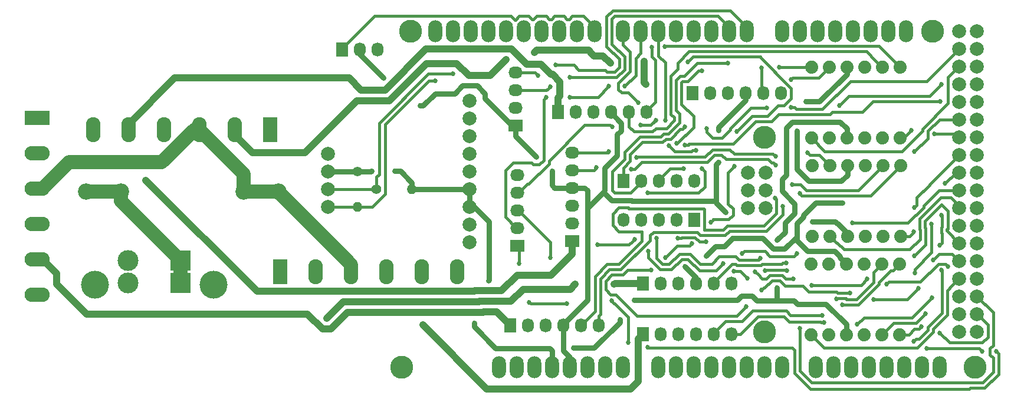
<source format=gtl>
G04 #@! TF.FileFunction,Copper,L1,Top,Signal*
%FSLAX46Y46*%
G04 Gerber Fmt 4.6, Leading zero omitted, Abs format (unit mm)*
G04 Created by KiCad (PCBNEW 4.0.6) date 04/09/18 21:25:23*
%MOMM*%
%LPD*%
G01*
G04 APERTURE LIST*
%ADD10C,0.100000*%
%ADD11C,2.000000*%
%ADD12C,3.302000*%
%ADD13O,2.000000X3.175000*%
%ADD14O,1.727200X2.032000*%
%ADD15R,1.727200X2.032000*%
%ADD16C,1.879600*%
%ADD17R,2.080000X3.600000*%
%ADD18O,2.080000X3.600000*%
%ADD19C,2.350000*%
%ADD20O,2.032000X1.727200*%
%ADD21R,2.032000X1.727200*%
%ADD22R,3.000000X3.000000*%
%ADD23C,3.000000*%
%ADD24C,4.000000*%
%ADD25C,1.400000*%
%ADD26O,1.400000X1.400000*%
%ADD27R,3.600000X2.080000*%
%ADD28O,3.600000X2.080000*%
%ADD29C,0.685800*%
%ADD30C,0.762000*%
%ADD31C,0.381000*%
%ADD32C,2.032000*%
%ADD33C,1.016000*%
%ADD34C,0.152400*%
G04 APERTURE END LIST*
D10*
D11*
X167525700Y-89623900D03*
X167525700Y-92163900D03*
X167525700Y-94703900D03*
X164985700Y-94703900D03*
X164985700Y-92163900D03*
X164985700Y-89623900D03*
D12*
X167398700Y-112483900D03*
X115328700Y-117563900D03*
X116598700Y-69303900D03*
X167398700Y-84543900D03*
X197624700Y-117563900D03*
D13*
X174764700Y-117563900D03*
X152158700Y-117563900D03*
X120154700Y-69271900D03*
X129298700Y-117563900D03*
X147078700Y-69303900D03*
X169938700Y-69303900D03*
X172478700Y-69271900D03*
X175018700Y-69271900D03*
X177558700Y-69271900D03*
X180098700Y-69271900D03*
X182638700Y-69271900D03*
X185178700Y-69271900D03*
X187718700Y-69271900D03*
D11*
X195338700Y-69271900D03*
X197878700Y-69271900D03*
X195338700Y-71811900D03*
X197878700Y-71811900D03*
X195338700Y-74351900D03*
X197878700Y-74351900D03*
X195338700Y-76891900D03*
X197878700Y-76891900D03*
X195338700Y-79431900D03*
X197878700Y-79431900D03*
X195338700Y-81971900D03*
X197878700Y-81971900D03*
X195338700Y-84511900D03*
X197878700Y-84511900D03*
X195338700Y-87051900D03*
X197878700Y-87051900D03*
X195338700Y-89591900D03*
X197878700Y-89591900D03*
X195338700Y-92131900D03*
X197878700Y-92131900D03*
X195338700Y-94671900D03*
X197878700Y-94671900D03*
X195338700Y-97211900D03*
X197878700Y-97211900D03*
X195338700Y-99751900D03*
X197878700Y-99751900D03*
X195338700Y-102291900D03*
X197878700Y-102291900D03*
X195338700Y-104831900D03*
X197878700Y-104831900D03*
X195338700Y-107371900D03*
X197878700Y-107371900D03*
X195338700Y-109911900D03*
X197878700Y-109911900D03*
X195338700Y-112451900D03*
X197878700Y-112451900D03*
D12*
X191528700Y-69303900D03*
D13*
X131838700Y-117563900D03*
X134378700Y-117563900D03*
X136918700Y-117563900D03*
X139458700Y-117563900D03*
X141998700Y-117563900D03*
X144538700Y-117563900D03*
X147078700Y-117563900D03*
X154698700Y-117563900D03*
X157238700Y-117563900D03*
X159778700Y-117563900D03*
X162318700Y-117563900D03*
X164858700Y-117563900D03*
X167398700Y-117563900D03*
X169938700Y-117563900D03*
X177304700Y-117563900D03*
X179844700Y-117563900D03*
X182384700Y-117563900D03*
X184924700Y-117563900D03*
X187464700Y-117563900D03*
X190004700Y-117563900D03*
X192544700Y-117563900D03*
X122694700Y-69271900D03*
X125234700Y-69271900D03*
X127774700Y-69271900D03*
X130314700Y-69271900D03*
X132854700Y-69271900D03*
X135394700Y-69271900D03*
X137934700Y-69271900D03*
X140474700Y-69271900D03*
X143014700Y-69271900D03*
X149618700Y-69303900D03*
X152158700Y-69303900D03*
X154698700Y-69303900D03*
X157238700Y-69303900D03*
X159778700Y-69303900D03*
X162318700Y-69303900D03*
X164858700Y-69303900D03*
D14*
X169748200Y-78232000D03*
D15*
X157048200Y-78232000D03*
D14*
X159588200Y-78232000D03*
X162128200Y-78232000D03*
X164668200Y-78232000D03*
X167208200Y-78232000D03*
D16*
X181686200Y-112877600D03*
X181686200Y-102717600D03*
X179146200Y-102717600D03*
X174066200Y-102717600D03*
X176606200Y-102717600D03*
X184226200Y-102717600D03*
X186766200Y-102717600D03*
X179146200Y-112877600D03*
X174066200Y-112877600D03*
X176606200Y-112877600D03*
X184226200Y-112877600D03*
X186766200Y-112877600D03*
D14*
X143586200Y-111556800D03*
D15*
X130886200Y-111556800D03*
D14*
X133426200Y-111556800D03*
X135966200Y-111556800D03*
X138506200Y-111556800D03*
X141046200Y-111556800D03*
D16*
X181749700Y-84645500D03*
X181749700Y-74485500D03*
X179209700Y-74485500D03*
X174129700Y-74485500D03*
X176669700Y-74485500D03*
X184289700Y-74485500D03*
X186829700Y-74485500D03*
X179209700Y-84645500D03*
X174129700Y-84645500D03*
X176669700Y-84645500D03*
X184289700Y-84645500D03*
X186829700Y-84645500D03*
D11*
X125095000Y-79273400D03*
X104775000Y-86893400D03*
X104775000Y-89433400D03*
X104775000Y-91973400D03*
X104775000Y-94513400D03*
X125095000Y-81813400D03*
X125095000Y-84353400D03*
X125095000Y-86893400D03*
X125095000Y-89433400D03*
X125095000Y-91973400D03*
X125095000Y-94513400D03*
X125095000Y-97053400D03*
X125095000Y-99593400D03*
D17*
X97917000Y-103809800D03*
D18*
X102997000Y-103809800D03*
X108077000Y-103809800D03*
X113157000Y-103809800D03*
X118237000Y-103809800D03*
X123317000Y-103809800D03*
D14*
X150469600Y-80873600D03*
D15*
X137769600Y-80873600D03*
D14*
X140309600Y-80873600D03*
X142849600Y-80873600D03*
X145389600Y-80873600D03*
X147929600Y-80873600D03*
X162636200Y-112801400D03*
D15*
X149936200Y-112801400D03*
D14*
X152476200Y-112801400D03*
X155016200Y-112801400D03*
X157556200Y-112801400D03*
X160096200Y-112801400D03*
D19*
X75013800Y-92354400D03*
X70013800Y-92354400D03*
X92633800Y-92354400D03*
X97633800Y-92354400D03*
D20*
X139827000Y-86715600D03*
D21*
X139827000Y-99415600D03*
D20*
X139827000Y-96875600D03*
X139827000Y-94335600D03*
X139827000Y-91795600D03*
X139827000Y-89255600D03*
D14*
X162636200Y-105511600D03*
D15*
X149936200Y-105511600D03*
D14*
X152476200Y-105511600D03*
X155016200Y-105511600D03*
X157556200Y-105511600D03*
X160096200Y-105511600D03*
D17*
X96418400Y-83413600D03*
D18*
X91338400Y-83413600D03*
X86258400Y-83413600D03*
X81178400Y-83413600D03*
X76098400Y-83413600D03*
X71018400Y-83413600D03*
D15*
X147116800Y-90830400D03*
D14*
X149656800Y-90830400D03*
X152196800Y-90830400D03*
X154736800Y-90830400D03*
X157276800Y-90830400D03*
D22*
X83563000Y-105435400D03*
X83563000Y-102255400D03*
D23*
X76073000Y-105435400D03*
X76073000Y-102255400D03*
D24*
X88313000Y-105685400D03*
X71323000Y-105685400D03*
D25*
X111709200Y-92024200D03*
D26*
X116789200Y-92024200D03*
D25*
X108966000Y-89484200D03*
D26*
X108966000Y-94564200D03*
D15*
X157327600Y-96367600D03*
D14*
X154787600Y-96367600D03*
X152247600Y-96367600D03*
X149707600Y-96367600D03*
X147167600Y-96367600D03*
D27*
X62966600Y-81762600D03*
D28*
X62966600Y-86842600D03*
X62966600Y-91922600D03*
X62966600Y-97002600D03*
X62966600Y-102082600D03*
X62966600Y-107162600D03*
D16*
X181838600Y-98767900D03*
X181838600Y-88607900D03*
X179298600Y-88607900D03*
X174218600Y-88607900D03*
X176758600Y-88607900D03*
X184378600Y-88607900D03*
X186918600Y-88607900D03*
X179298600Y-98767900D03*
X174218600Y-98767900D03*
X176758600Y-98767900D03*
X184378600Y-98767900D03*
X186918600Y-98767900D03*
D21*
X131927600Y-100101400D03*
D20*
X131927600Y-97561400D03*
X131927600Y-95021400D03*
X131927600Y-92481400D03*
X131927600Y-89941400D03*
D21*
X131648200Y-82880200D03*
D20*
X131648200Y-80340200D03*
X131648200Y-77800200D03*
X131648200Y-75260200D03*
D15*
X106781600Y-71932800D03*
D14*
X109321600Y-71932800D03*
X111861600Y-71932800D03*
D29*
X161798000Y-95273067D03*
X160782000Y-88138000D03*
X162814000Y-99060000D03*
X136906000Y-89408000D03*
X134620000Y-87376000D03*
X159004000Y-101600000D03*
X155956000Y-103124000D03*
X178562000Y-93980000D03*
X160821740Y-83551232D03*
X117906800Y-80010000D03*
X112674400Y-75971400D03*
X138506200Y-111556800D03*
X173355000Y-79375000D03*
X172046899Y-83645755D03*
X178430577Y-90805000D03*
X120142000Y-76454000D03*
X122682000Y-75438000D03*
X169164000Y-99314000D03*
X169164000Y-106172000D03*
X125730000Y-111252000D03*
X127762000Y-105156000D03*
X114300000Y-89408000D03*
X110998000Y-89408000D03*
X146685000Y-110744000D03*
X139954000Y-114808000D03*
X171735996Y-94102930D03*
X174212497Y-96659701D03*
X148666199Y-107924601D03*
X149606000Y-82804000D03*
X145542000Y-83058000D03*
X151778814Y-82053586D03*
X149250400Y-79527400D03*
X171196000Y-80264000D03*
X167756044Y-80317137D03*
X155931714Y-83033714D03*
X159082487Y-83288887D03*
X155795739Y-89001015D03*
X155954390Y-85648183D03*
X192659000Y-79375000D03*
X189457733Y-106235511D03*
X153162008Y-101853989D03*
X151130000Y-103632000D03*
X156972000Y-99822000D03*
X188887101Y-94653101D03*
X191376895Y-96965087D03*
X188950600Y-104038400D03*
X183083200Y-107823000D03*
X179628800Y-106883200D03*
X166954200Y-106476800D03*
X164795200Y-108864400D03*
X166078224Y-103847941D03*
X166790725Y-101902600D03*
X151892000Y-99060000D03*
X172442929Y-111963242D03*
X171526200Y-104876600D03*
X147828000Y-114046000D03*
X150622000Y-114668302D03*
X145429021Y-108038920D03*
X198628000Y-115316000D03*
X200660000Y-115316000D03*
X192532000Y-100076000D03*
X192786000Y-103632000D03*
X192786000Y-95758000D03*
X193294000Y-91186000D03*
X190652400Y-114884200D03*
X188798200Y-113842800D03*
X132130800Y-102641400D03*
X133629400Y-108254800D03*
X138988800Y-108458000D03*
X184912000Y-105664000D03*
X182118000Y-104902000D03*
X167491368Y-103693155D03*
X148737075Y-99159855D03*
X150683883Y-100918203D03*
X193740332Y-103081251D03*
X174204786Y-105779414D03*
X163032131Y-103756337D03*
X170651393Y-103719700D03*
X164948721Y-104773879D03*
X161493200Y-102666800D03*
X143471910Y-99974400D03*
X136665402Y-101816602D03*
X145034000Y-77216000D03*
X147320000Y-77216000D03*
X136066118Y-78789324D03*
X139421405Y-78750646D03*
X150622000Y-92468669D03*
X153695400Y-85750400D03*
X153132291Y-82113891D03*
X157530800Y-86410810D03*
X158419800Y-89052400D03*
X159004000Y-99568000D03*
X154940000Y-99060000D03*
X159677107Y-96715487D03*
X163411520Y-83707308D03*
X156373979Y-73722379D03*
X163068000Y-88696800D03*
X154813000Y-85420200D03*
X158394400Y-74955400D03*
X154736800Y-90830400D03*
X162102800Y-73914000D03*
X139446000Y-75946000D03*
X136651992Y-77228732D03*
X137414000Y-74168000D03*
X134874000Y-75692000D03*
X192786000Y-76962000D03*
X178142204Y-79992866D03*
X188925200Y-86614000D03*
X191770000Y-84074000D03*
X188468000Y-83566000D03*
X180041936Y-96863101D03*
X188936422Y-101574601D03*
X191578571Y-102192941D03*
X188828342Y-98096448D03*
X191399846Y-107569000D03*
X180716575Y-111372129D03*
X190500000Y-109855000D03*
X189941200Y-111760000D03*
X192557400Y-112623600D03*
X151231600Y-71602600D03*
X153111200Y-71501000D03*
X175974004Y-111118871D03*
X178589956Y-108559621D03*
X118364000Y-111506000D03*
X175713450Y-110084367D03*
X177699515Y-107768862D03*
X170023635Y-94491965D03*
X172440600Y-92608400D03*
X171381087Y-91307941D03*
X168941448Y-93289971D03*
X171219055Y-76227745D03*
X150114000Y-73660000D03*
X150368000Y-76962000D03*
X145288000Y-73914000D03*
X134366000Y-72390000D03*
X130302000Y-73406000D03*
X166966797Y-74561803D03*
X169479155Y-74487845D03*
X149021834Y-87462996D03*
X145034000Y-86614000D03*
X168961920Y-87275521D03*
X173558827Y-86716022D03*
X78613000Y-90703400D03*
X143256000Y-88900000D03*
X148253537Y-89115156D03*
X169036999Y-88493600D03*
X172085000Y-101244400D03*
X164185600Y-101257118D03*
X145796000Y-105664000D03*
X140246110Y-105664000D03*
X104571800Y-110566200D03*
X170536224Y-102617563D03*
D30*
X168637944Y-100584010D02*
X170294289Y-100584010D01*
X170294289Y-100584010D02*
X172046899Y-98831400D01*
X162814000Y-99060000D02*
X167113934Y-99060000D01*
X167113934Y-99060000D02*
X168637944Y-100584010D01*
X146850088Y-83573128D02*
X146265902Y-84157314D01*
X146850088Y-82486488D02*
X146850088Y-83573128D01*
X144487902Y-92204657D02*
X144272000Y-92420559D01*
X145389600Y-80873600D02*
X145389600Y-81026000D01*
X145389600Y-81026000D02*
X146850088Y-82486488D01*
X144487902Y-88983314D02*
X144487902Y-92204657D01*
X146265902Y-84157314D02*
X146265902Y-87205314D01*
X146265902Y-87205314D02*
X144487902Y-88983314D01*
X161798000Y-95273067D02*
X160439101Y-93914168D01*
X160439101Y-93914168D02*
X160439101Y-93535475D01*
X148388804Y-93700588D02*
X160273988Y-93700588D01*
X160439101Y-88480899D02*
X160439101Y-93535475D01*
X160439101Y-93535475D02*
X160273988Y-93700588D01*
X148261795Y-93573579D02*
X148388804Y-93700588D01*
X160782000Y-88138000D02*
X160439101Y-88480899D01*
X161673932Y-100200068D02*
X162814000Y-99060000D01*
X160403932Y-100200068D02*
X161673932Y-100200068D01*
X136906000Y-91440000D02*
X137261600Y-91795600D01*
X137261600Y-91795600D02*
X139827000Y-91795600D01*
X136906000Y-89408000D02*
X136906000Y-91440000D01*
X131648200Y-84404200D02*
X134620000Y-87376000D01*
X131648200Y-82880200D02*
X131648200Y-84404200D01*
X127238001Y-78244759D02*
X127238001Y-78920176D01*
X131198025Y-82880200D02*
X131648200Y-82880200D01*
X126123641Y-77130399D02*
X127238001Y-78244759D01*
X127238001Y-78920176D02*
X131198025Y-82880200D01*
X122951999Y-78244759D02*
X124066359Y-77130399D01*
X120156974Y-78244759D02*
X122951999Y-78244759D01*
X118391733Y-80010000D02*
X120156974Y-78244759D01*
X124066359Y-77130399D02*
X126123641Y-77130399D01*
X117906800Y-80010000D02*
X118391733Y-80010000D01*
X138506200Y-111556800D02*
X138506200Y-111404400D01*
X138506200Y-111404400D02*
X141985958Y-107924642D01*
X141985958Y-107924642D02*
X141985958Y-94742052D01*
X141985958Y-94742052D02*
X141986010Y-94742000D01*
X160403932Y-100200068D02*
X159004000Y-101600000D01*
X157556200Y-104724200D02*
X155956000Y-103124000D01*
X157556200Y-105511600D02*
X157556200Y-104724200D01*
X145425020Y-93573579D02*
X148261795Y-93573579D01*
X144272000Y-92420559D02*
X145425020Y-93573579D01*
X138506200Y-113334800D02*
X138506200Y-111556800D01*
X138506200Y-115183414D02*
X138506200Y-113334800D01*
X139458700Y-116135914D02*
X138506200Y-115183414D01*
X139458700Y-117563900D02*
X139458700Y-116135914D01*
X160821740Y-83551232D02*
X160821740Y-83066299D01*
X164668200Y-79219839D02*
X164668200Y-78232000D01*
X160821740Y-83066299D02*
X164668200Y-79219839D01*
X141986010Y-94742000D02*
X141986010Y-93980000D01*
X144272000Y-92420559D02*
X144272000Y-92456010D01*
X144272000Y-92456010D02*
X141986010Y-94742000D01*
X178430577Y-90805000D02*
X173709074Y-90805000D01*
X173709074Y-90805000D02*
X172046899Y-89142825D01*
X172046899Y-89142825D02*
X172046899Y-88861899D01*
X173006005Y-95725995D02*
X174752000Y-93980000D01*
X174752000Y-93980000D02*
X178562000Y-93980000D01*
X172046899Y-97828101D02*
X172046899Y-96939099D01*
X172046899Y-96939099D02*
X173006005Y-95979993D01*
X173006005Y-95979993D02*
X173006005Y-95725995D01*
X178206401Y-101777801D02*
X179146200Y-102717600D01*
X178206401Y-101611175D02*
X178206401Y-101777801D01*
X173552615Y-100888799D02*
X177484025Y-100888799D01*
X172046899Y-99383083D02*
X173552615Y-100888799D01*
X177484025Y-100888799D02*
X178206401Y-101611175D01*
X172046899Y-98831400D02*
X172046899Y-99383083D01*
X109321600Y-71932800D02*
X109321600Y-72618600D01*
X109321600Y-72618600D02*
X112674400Y-75971400D01*
X164668200Y-78232000D02*
X164668200Y-79032294D01*
X179209700Y-75465434D02*
X179209700Y-74485500D01*
X173355000Y-79375000D02*
X175300134Y-79375000D01*
X175300134Y-79375000D02*
X179209700Y-75465434D01*
X172046899Y-98831400D02*
X172046899Y-97828101D01*
X141605000Y-91795600D02*
X139827000Y-91795600D01*
X141986010Y-92176610D02*
X141605000Y-91795600D01*
X141986010Y-93980000D02*
X141986010Y-92176610D01*
X109321600Y-71932800D02*
X109321600Y-72382975D01*
X172046899Y-97828101D02*
X172085000Y-97790000D01*
X172085000Y-88900000D02*
X172046899Y-88861899D01*
X172046899Y-88861899D02*
X172046899Y-83645755D01*
X179298600Y-88607900D02*
X179298600Y-89936977D01*
X179298600Y-89936977D02*
X178430577Y-90805000D01*
D31*
X119187646Y-76454000D02*
X120142000Y-76454000D01*
X112980701Y-82660945D02*
X119187646Y-76454000D01*
X111051022Y-94564200D02*
X112980701Y-92634521D01*
X108966000Y-94564200D02*
X111051022Y-94564200D01*
X112980701Y-92634521D02*
X112980701Y-82660945D01*
X108966000Y-94564200D02*
X104825800Y-94564200D01*
X104825800Y-94564200D02*
X104775000Y-94513400D01*
X111709200Y-92024200D02*
X111709200Y-90223456D01*
X111709200Y-90223456D02*
X112077508Y-89855148D01*
X112077508Y-89855148D02*
X112077508Y-82486492D01*
X112077508Y-82486492D02*
X119126000Y-75438000D01*
X119126000Y-75438000D02*
X122682000Y-75438000D01*
X111709200Y-92024200D02*
X104825800Y-92024200D01*
X104825800Y-92024200D02*
X104775000Y-91973400D01*
D32*
X108077000Y-103809800D02*
X108077000Y-102797600D01*
X108077000Y-102797600D02*
X97633800Y-92354400D01*
X86258400Y-83413600D02*
X85564457Y-83413600D01*
X85564457Y-83413600D02*
X80862989Y-88115068D01*
X67534132Y-88115068D02*
X63726600Y-91922600D01*
X80862989Y-88115068D02*
X67534132Y-88115068D01*
X63726600Y-91922600D02*
X62966600Y-91922600D01*
X92633800Y-92354400D02*
X92633800Y-89789000D01*
X92633800Y-89789000D02*
X86258400Y-83413600D01*
X92633800Y-92354400D02*
X97633800Y-92354400D01*
D30*
X170332400Y-98145600D02*
X169164000Y-99314000D01*
X170332400Y-96857534D02*
X170332400Y-98145600D01*
X169164000Y-108013500D02*
X171659632Y-108013500D01*
X166291766Y-108013500D02*
X169164000Y-108013500D01*
X169164000Y-108013500D02*
X169164000Y-106172000D01*
X148666199Y-107924601D02*
X163535863Y-107924601D01*
X163535863Y-107924601D02*
X164132762Y-107327702D01*
X164132762Y-107327702D02*
X165605968Y-107327702D01*
X165605968Y-107327702D02*
X166291766Y-108013500D01*
X171659632Y-108013500D02*
X172128228Y-108482096D01*
X176213613Y-108482096D02*
X179146200Y-111414683D01*
X172128228Y-108482096D02*
X176213613Y-108482096D01*
X179146200Y-111414683D02*
X179146200Y-112877600D01*
X125730000Y-111252000D02*
X125730000Y-111736933D01*
X125730000Y-111736933D02*
X128826457Y-114833390D01*
X128826457Y-114833390D02*
X129031989Y-114833390D01*
X127863600Y-96650358D02*
X127863600Y-105054400D01*
X127863600Y-105054400D02*
X127762000Y-105156000D01*
X114300000Y-89408000D02*
X115162949Y-89408000D01*
X108966000Y-89484200D02*
X110921800Y-89484200D01*
X110921800Y-89484200D02*
X110998000Y-89408000D01*
X115162949Y-89408000D02*
X116789200Y-91034251D01*
X116789200Y-91034251D02*
X116789200Y-92024200D01*
X139954000Y-114808000D02*
X142965964Y-114808000D01*
X142965964Y-114808000D02*
X146685000Y-111088964D01*
X146685000Y-111088964D02*
X146685000Y-110744000D01*
X171375861Y-82359510D02*
X178252787Y-82359510D01*
X170522899Y-83212472D02*
X171375861Y-82359510D01*
X179209700Y-83316423D02*
X179209700Y-84645500D01*
X170522899Y-89966995D02*
X170522899Y-83212472D01*
X169895186Y-92262120D02*
X169895186Y-90594708D01*
X171735996Y-94102930D02*
X169895186Y-92262120D01*
X178252787Y-82359510D02*
X179209700Y-83316423D01*
X169895186Y-90594708D02*
X170522899Y-89966995D01*
X170332400Y-96857534D02*
X170332400Y-96898667D01*
X171735996Y-95453938D02*
X170332400Y-96857534D01*
X171735996Y-94102930D02*
X171735996Y-95453938D01*
X177552432Y-96659701D02*
X174212497Y-96659701D01*
X177831842Y-96939111D02*
X177552432Y-96659701D01*
X179298600Y-98318899D02*
X177918812Y-96939111D01*
X177918812Y-96939111D02*
X177831842Y-96939111D01*
X179298600Y-98767900D02*
X179298600Y-98318899D01*
X125095000Y-94513400D02*
X125726642Y-94513400D01*
X125726642Y-94513400D02*
X127863600Y-96650358D01*
X127863600Y-96650358D02*
X127863600Y-96680607D01*
X136918700Y-117563900D02*
X136918700Y-115214400D01*
X136918700Y-115214400D02*
X136537690Y-114833390D01*
X136537690Y-114833390D02*
X129031989Y-114833390D01*
X116789200Y-92024200D02*
X125044200Y-92024200D01*
X125044200Y-92024200D02*
X125095000Y-91973400D01*
X108966000Y-89484200D02*
X104825800Y-89484200D01*
X104825800Y-89484200D02*
X104775000Y-89433400D01*
X125095000Y-94513400D02*
X125095000Y-91973400D01*
X136918700Y-117563900D02*
X136918700Y-116485727D01*
D32*
X83563000Y-105435400D02*
X83563000Y-102255400D01*
X75013800Y-92354400D02*
X75013800Y-93706200D01*
X75013800Y-93706200D02*
X83563000Y-102255400D01*
X75013800Y-92354400D02*
X70013800Y-92354400D01*
D31*
X147853402Y-78130402D02*
X146881086Y-78130402D01*
X148081990Y-72275690D02*
X147078700Y-71272400D01*
X147078700Y-71272400D02*
X147078700Y-69303900D01*
X148081990Y-75100694D02*
X148081990Y-72275690D01*
X146405598Y-76777086D02*
X148081990Y-75100694D01*
X146405598Y-77654914D02*
X146405598Y-76777086D01*
X146881086Y-78130402D02*
X146405598Y-77654914D01*
X149250400Y-79527400D02*
X147853402Y-78130402D01*
X149606000Y-82804000D02*
X151028400Y-82804000D01*
X151028400Y-82804000D02*
X151778814Y-82053586D01*
X151282400Y-82550000D02*
X151367571Y-82464829D01*
X143903700Y-82764414D02*
X145248414Y-82764414D01*
X145248414Y-82764414D02*
X145542000Y-83058000D01*
X151778814Y-82053586D02*
X151367571Y-82464829D01*
X141596234Y-82764414D02*
X143418767Y-82764414D01*
X136461521Y-87899127D02*
X141596234Y-82764414D01*
X143418767Y-82764414D02*
X143903700Y-82764414D01*
X133550541Y-91236800D02*
X136461521Y-88325820D01*
X133324600Y-91236800D02*
X133550541Y-91236800D01*
X132080000Y-92481400D02*
X133324600Y-91236800D01*
X136461521Y-88325820D02*
X136461521Y-87899127D01*
X131927600Y-92481400D02*
X132080000Y-92481400D01*
X151778813Y-82053586D02*
X151778814Y-82053586D01*
X151760842Y-82071557D02*
X151778813Y-82053586D01*
X153934845Y-84759801D02*
X155318033Y-83376613D01*
X152773863Y-85242423D02*
X153256485Y-84759801D01*
X149830869Y-85242423D02*
X152773863Y-85242423D01*
X148107424Y-86965868D02*
X149830869Y-85242423D01*
X153256485Y-84759801D02*
X153934845Y-84759801D01*
X148107424Y-87968097D02*
X148107424Y-86965868D01*
X147116800Y-90830400D02*
X147116800Y-88958721D01*
X155588815Y-83376613D02*
X155931714Y-83033714D01*
X147116800Y-88958721D02*
X148107424Y-87968097D01*
X155318033Y-83376613D02*
X155588815Y-83376613D01*
X171196000Y-80264000D02*
X171680933Y-80264000D01*
X171680933Y-80264000D02*
X171934922Y-80517989D01*
X171934922Y-80517989D02*
X175706365Y-80517989D01*
X179744967Y-76479387D02*
X175706365Y-80517989D01*
X190671213Y-76479387D02*
X179744967Y-76479387D01*
X195338700Y-71811900D02*
X190671213Y-76479387D01*
X165448377Y-80317137D02*
X167271111Y-80317137D01*
X162497119Y-83268395D02*
X165448377Y-80317137D01*
X161268888Y-84630740D02*
X162497119Y-83402509D01*
X159082487Y-83773820D02*
X159939407Y-84630740D01*
X167271111Y-80317137D02*
X167756044Y-80317137D01*
X162497119Y-83402509D02*
X162497119Y-83268395D01*
X159082487Y-83288887D02*
X159082487Y-83773820D01*
X159939407Y-84630740D02*
X161268888Y-84630740D01*
X177156724Y-80907276D02*
X176784000Y-81280000D01*
X156439323Y-85648183D02*
X155954390Y-85648183D01*
X192659000Y-79375000D02*
X182972752Y-79375000D01*
X181440476Y-80907276D02*
X177156724Y-80907276D01*
X182972752Y-79375000D02*
X181440476Y-80907276D01*
X176784000Y-81280000D02*
X169418000Y-81280000D01*
X169418000Y-81280000D02*
X168402000Y-82296000D01*
X168402000Y-82296000D02*
X166116000Y-82296000D01*
X166116000Y-82296000D02*
X162915600Y-85496400D01*
X162915600Y-85496400D02*
X156591106Y-85496400D01*
X156591106Y-85496400D02*
X156439323Y-85648183D01*
X155310806Y-89001015D02*
X155795739Y-89001015D01*
X153873785Y-89001015D02*
X155310806Y-89001015D01*
X152196800Y-90678000D02*
X153873785Y-89001015D01*
X152196800Y-90830400D02*
X152196800Y-90678000D01*
X187870244Y-107823000D02*
X189114834Y-106578410D01*
X183083200Y-107823000D02*
X187870244Y-107823000D01*
X189114834Y-106578410D02*
X189457733Y-106235511D01*
X172926548Y-105854490D02*
X173765873Y-106693815D01*
X170373148Y-105854490D02*
X172926548Y-105854490D01*
X173765873Y-106693815D02*
X177737615Y-106693815D01*
X177927000Y-106883200D02*
X179143867Y-106883200D01*
X169611148Y-105092490D02*
X170373148Y-105854490D01*
X167421441Y-106133901D02*
X168462852Y-105092490D01*
X177737615Y-106693815D02*
X177927000Y-106883200D01*
X167297099Y-106133901D02*
X167421441Y-106133901D01*
X166954200Y-106476800D02*
X167297099Y-106133901D01*
X168462852Y-105092490D02*
X169611148Y-105092490D01*
X179143867Y-106883200D02*
X179628800Y-106883200D01*
X164452301Y-109207299D02*
X164795200Y-108864400D01*
X146058246Y-107124510D02*
X149144336Y-110210600D01*
X144589490Y-106417754D02*
X145296246Y-107124510D01*
X151130000Y-103632000D02*
X147764498Y-103632000D01*
X147091409Y-104305089D02*
X145448646Y-104305090D01*
X145448646Y-104305090D02*
X144589490Y-105164246D01*
X163449000Y-110210600D02*
X164452301Y-109207299D01*
X149144336Y-110210600D02*
X163449000Y-110210600D01*
X144589490Y-105164246D02*
X144589490Y-106417754D01*
X145296246Y-107124510D02*
X146058246Y-107124510D01*
X147764498Y-103632000D02*
X147091409Y-104305089D01*
X156972000Y-99822000D02*
X156629101Y-100164899D01*
X156629101Y-100164899D02*
X154851098Y-100164899D01*
X153504907Y-101511090D02*
X153162008Y-101853989D01*
X154851098Y-100164899D02*
X153504907Y-101511090D01*
X191376895Y-97450020D02*
X191376895Y-96965087D01*
X191376895Y-101041303D02*
X191376895Y-97450020D01*
X188950600Y-104038400D02*
X188950600Y-103467598D01*
X188950600Y-103467598D02*
X191376895Y-101041303D01*
X189230000Y-94310202D02*
X188887101Y-94653101D01*
X189230000Y-93218000D02*
X189230000Y-94310202D01*
X191084200Y-91306400D02*
X191084200Y-91363800D01*
X191084200Y-91363800D02*
X189230000Y-93218000D01*
X195338700Y-87051900D02*
X191084200Y-91306400D01*
X152723083Y-102768399D02*
X153707297Y-102768399D01*
X170472904Y-104876600D02*
X169926783Y-104330479D01*
X158204703Y-102768399D02*
X159834351Y-102768402D01*
X159834351Y-102768402D02*
X160916775Y-101685978D01*
X166421123Y-104190840D02*
X166078224Y-103847941D01*
X167068762Y-104838479D02*
X166421123Y-104190840D01*
X163261144Y-101685978D02*
X163746686Y-102171520D01*
X168147217Y-104330479D02*
X167639217Y-104838479D01*
X160916775Y-101685978D02*
X163261144Y-101685978D01*
X171526200Y-104876600D02*
X170472904Y-104876600D01*
X153707297Y-102768399D02*
X155193217Y-101282479D01*
X169926783Y-104330479D02*
X168147217Y-104330479D01*
X151892000Y-99060000D02*
X151892000Y-101937316D01*
X167639217Y-104838479D02*
X167068762Y-104838479D01*
X151892000Y-101937316D02*
X152723083Y-102768399D01*
X155193217Y-101282479D02*
X156718783Y-101282479D01*
X156718783Y-101282479D02*
X158204703Y-102768399D01*
X163746686Y-102171520D02*
X166521805Y-102171520D01*
X166521805Y-102171520D02*
X166790725Y-101902600D01*
X198691501Y-119786401D02*
X174177251Y-119786401D01*
X200212211Y-116221527D02*
X200212211Y-118265691D01*
X199745598Y-114877086D02*
X199745598Y-115754914D01*
X174177251Y-119786401D02*
X173821650Y-119430800D01*
X200212211Y-114410473D02*
X199745598Y-114877086D01*
X200212211Y-109705411D02*
X200212211Y-114410473D01*
X197878700Y-107371900D02*
X200212211Y-109705411D01*
X200212211Y-118265691D02*
X198691501Y-119786401D01*
X199745598Y-115754914D02*
X200212211Y-116221527D01*
X174177250Y-119786400D02*
X173821650Y-119430800D01*
X173821650Y-119430800D02*
X172466001Y-118075151D01*
X172442929Y-112448175D02*
X172442929Y-111963242D01*
X172466001Y-118075151D02*
X172466001Y-112471247D01*
X172466001Y-112471247D02*
X172442929Y-112448175D01*
X147828000Y-114046000D02*
X147828000Y-110403075D01*
X147828000Y-110403075D02*
X147853400Y-110377675D01*
X152488899Y-114769901D02*
X150723599Y-114769901D01*
X150723599Y-114769901D02*
X150622000Y-114668302D01*
X145857544Y-108381819D02*
X145771920Y-108381819D01*
X147853400Y-110377675D02*
X145857544Y-108381819D01*
X145771920Y-108381819D02*
X145429021Y-108038920D01*
X198628000Y-115316000D02*
X198196200Y-114884200D01*
X198196200Y-114884200D02*
X190652400Y-114884200D01*
X200974221Y-115630221D02*
X200660000Y-115316000D01*
X200974221Y-116586000D02*
X200974221Y-115630221D01*
X199007135Y-120548411D02*
X200974221Y-118581325D01*
X200974221Y-118581325D02*
X200974221Y-116586000D01*
X194970400Y-120700811D02*
X196799189Y-120700811D01*
X196799189Y-120700811D02*
X196951589Y-120548411D01*
X196951589Y-120548411D02*
X199007135Y-120548411D01*
X192532000Y-100076000D02*
X192874899Y-99733101D01*
X192874899Y-98365743D02*
X192785990Y-98276834D01*
X192874899Y-99733101D02*
X192874899Y-98365743D01*
X192785990Y-98276834D02*
X192785990Y-97474366D01*
X192785990Y-97474366D02*
X192874899Y-97385457D01*
X192874899Y-97385457D02*
X192874899Y-95846899D01*
X192874899Y-95846899D02*
X192786000Y-95758000D01*
X192887600Y-105003600D02*
X192887600Y-103733600D01*
X192887600Y-103733600D02*
X192786000Y-103632000D01*
X195338700Y-89591900D02*
X194888100Y-89591900D01*
X194888100Y-89591900D02*
X193294000Y-91186000D01*
X194485467Y-120700811D02*
X194970400Y-120700811D01*
X171703991Y-118390785D02*
X174014017Y-120700811D01*
X171361092Y-114769901D02*
X171703991Y-115112800D01*
X174014017Y-120700811D02*
X194485467Y-120700811D01*
X152488899Y-114769901D02*
X171361092Y-114769901D01*
X171703991Y-115112800D02*
X171703991Y-118390785D01*
X190855601Y-111785399D02*
X190855601Y-112198913D01*
X192887600Y-109753400D02*
X190855601Y-111785399D01*
X192887600Y-105003600D02*
X192887600Y-109753400D01*
X190855601Y-112198913D02*
X189554613Y-113499901D01*
X189554613Y-113499901D02*
X189141099Y-113499901D01*
X189141099Y-113499901D02*
X188798200Y-113842800D01*
X132130800Y-102641400D02*
X132130800Y-100304600D01*
X132130800Y-100304600D02*
X131927600Y-100101400D01*
X138988800Y-108458000D02*
X133832600Y-108458000D01*
X133832600Y-108458000D02*
X133629400Y-108254800D01*
X184912000Y-105664000D02*
X185254899Y-105321101D01*
X193376679Y-102717598D02*
X193397433Y-102738352D01*
X185254899Y-105321101D02*
X189743583Y-105321101D01*
X189743583Y-105321101D02*
X192347086Y-102717598D01*
X192347086Y-102717598D02*
X193376679Y-102717598D01*
X193397433Y-102738352D02*
X193740332Y-103081251D01*
X181240586Y-105779414D02*
X182118000Y-104902000D01*
X179386295Y-105779414D02*
X181240586Y-105779414D01*
X167616055Y-103568468D02*
X167491368Y-103693155D01*
X170500161Y-103568468D02*
X167616055Y-103568468D01*
X170651393Y-103719700D02*
X170500161Y-103568468D01*
X158051598Y-103692939D02*
X160467061Y-103692939D01*
X156403148Y-102044490D02*
X158051598Y-103692939D01*
X154022932Y-103530410D02*
X155508852Y-102044490D01*
X152407448Y-103530410D02*
X154022932Y-103530410D01*
X155508852Y-102044490D02*
X156403148Y-102044490D01*
X150683883Y-100918203D02*
X150683883Y-101806845D01*
X160467061Y-103692939D02*
X161150301Y-103009699D01*
X150683883Y-101806845D02*
X152407448Y-103530410D01*
X161150301Y-103009699D02*
X161493200Y-102666800D01*
X148394176Y-99502754D02*
X148737075Y-99159855D01*
X143471910Y-99974400D02*
X147922530Y-99974400D01*
X147922530Y-99974400D02*
X148394176Y-99502754D01*
X174689719Y-105779414D02*
X174204786Y-105779414D01*
X179386295Y-105779414D02*
X174689719Y-105779414D01*
X163517064Y-103756337D02*
X163032131Y-103756337D01*
X163931179Y-103756337D02*
X163517064Y-103756337D01*
X164948721Y-104773879D02*
X163931179Y-103756337D01*
X131927600Y-95021400D02*
X132080000Y-95021400D01*
X132080000Y-95021400D02*
X136665402Y-99606802D01*
X136665402Y-99606802D02*
X136665402Y-101816602D01*
X106781600Y-71932800D02*
X106781600Y-71752033D01*
X136045640Y-67112890D02*
X136522150Y-67589400D01*
X141443190Y-67112890D02*
X143014700Y-68684400D01*
X106781600Y-71752033D02*
X111452234Y-67081399D01*
X111452234Y-67081399D02*
X128394149Y-67081399D01*
X139347250Y-67589400D02*
X139823760Y-67112890D01*
X128394149Y-67081399D02*
X128425640Y-67112890D01*
X139062150Y-67589400D02*
X139347250Y-67589400D01*
X128425640Y-67112890D02*
X130965640Y-67112890D01*
X130965640Y-67112890D02*
X131543750Y-67691000D01*
X131543750Y-67691000D02*
X131625650Y-67691000D01*
X131625650Y-67691000D02*
X132203760Y-67112890D01*
X132203760Y-67112890D02*
X133505640Y-67112890D01*
X133505640Y-67112890D02*
X134032950Y-67640200D01*
X134032950Y-67640200D02*
X134216450Y-67640200D01*
X134216450Y-67640200D02*
X134743760Y-67112890D01*
X139823760Y-67112890D02*
X141443190Y-67112890D01*
X134743760Y-67112890D02*
X136045640Y-67112890D01*
X136522150Y-67589400D02*
X136807250Y-67589400D01*
X138585640Y-67112890D02*
X139062150Y-67589400D01*
X136807250Y-67589400D02*
X137283760Y-67112890D01*
X137283760Y-67112890D02*
X138585640Y-67112890D01*
X143014700Y-68684400D02*
X143014700Y-69271900D01*
X145034000Y-77216000D02*
X143499354Y-78750646D01*
X143499354Y-78750646D02*
X139421405Y-78750646D01*
X148907490Y-75628510D02*
X147320000Y-77216000D01*
X148907490Y-73160248D02*
X148907490Y-75628510D01*
X149618700Y-71611536D02*
X149618700Y-72453490D01*
X149618700Y-72453490D02*
X149614248Y-72453490D01*
X149614248Y-72453490D02*
X148907490Y-73160248D01*
X149618700Y-71611536D02*
X149625004Y-71617840D01*
X149618700Y-69303900D02*
X149618700Y-71611536D01*
X135699510Y-87823148D02*
X135699510Y-79155932D01*
X135067148Y-88455510D02*
X135699510Y-87823148D01*
X130213090Y-95999290D02*
X130213090Y-89294353D01*
X134172852Y-88455510D02*
X135067148Y-88455510D01*
X130213090Y-89294353D02*
X131305933Y-88201510D01*
X131775200Y-97561400D02*
X130213090Y-95999290D01*
X131927600Y-97561400D02*
X131775200Y-97561400D01*
X135699510Y-79155932D02*
X135723219Y-79132223D01*
X135723219Y-79132223D02*
X136066118Y-78789324D01*
X133918852Y-88201510D02*
X134172852Y-88455510D01*
X131305933Y-88201510D02*
X133918852Y-88201510D01*
X153132291Y-81628958D02*
X153132291Y-82113891D01*
X153132291Y-73805371D02*
X153132291Y-81628958D01*
X152158700Y-69303900D02*
X152158700Y-72831780D01*
X152158700Y-72831780D02*
X153132291Y-73805371D01*
X158838910Y-91629847D02*
X157923847Y-92544910D01*
X158419800Y-89052400D02*
X158838910Y-89471510D01*
X157923847Y-92544910D02*
X151183174Y-92544910D01*
X151183174Y-92544910D02*
X151106933Y-92468669D01*
X158838910Y-89471510D02*
X158838910Y-91629847D01*
X151106933Y-92468669D02*
X150622000Y-92468669D01*
X156894093Y-86562584D02*
X157045867Y-86410810D01*
X154507584Y-86562584D02*
X156894093Y-86562584D01*
X157045867Y-86410810D02*
X157530800Y-86410810D01*
X153695400Y-85750400D02*
X154507584Y-86562584D01*
X149707600Y-96367600D02*
X149707600Y-96215200D01*
X163068000Y-88696800D02*
X162140900Y-89623900D01*
X162140900Y-89623900D02*
X162140900Y-94089311D01*
X162140900Y-94089311D02*
X162877508Y-94825919D01*
X162877508Y-94825919D02*
X162877508Y-95734833D01*
X162877508Y-95734833D02*
X162259766Y-96352575D01*
X162259766Y-96352575D02*
X160040019Y-96352575D01*
X160040019Y-96352575D02*
X160020006Y-96372588D01*
X160020006Y-96372588D02*
X159677107Y-96715487D01*
X158519067Y-99568000D02*
X159004000Y-99568000D01*
X157410913Y-98907599D02*
X158071314Y-99568000D01*
X158071314Y-99568000D02*
X158519067Y-99568000D01*
X155577334Y-98907599D02*
X157410913Y-98907599D01*
X155424933Y-99060000D02*
X155577334Y-98907599D01*
X154940000Y-99060000D02*
X155424933Y-99060000D01*
X165584839Y-81533989D02*
X163754419Y-83364409D01*
X169356364Y-80009990D02*
X167832365Y-81533989D01*
X171183310Y-78978842D02*
X170152162Y-80009990D01*
X171183310Y-77485158D02*
X171183310Y-78978842D01*
X166685082Y-72986930D02*
X171183310Y-77485158D01*
X163754419Y-83364409D02*
X163411520Y-83707308D01*
X166624000Y-72986930D02*
X166685082Y-72986930D01*
X167832365Y-81533989D02*
X165584839Y-81533989D01*
X170152162Y-80009990D02*
X169356364Y-80009990D01*
X166624000Y-72986930D02*
X166827200Y-72986930D01*
X157109428Y-72986930D02*
X166624000Y-72986930D01*
X156373979Y-73722379D02*
X157109428Y-72986930D01*
X154813000Y-85420200D02*
X154889200Y-85420200D01*
X155486099Y-76657199D02*
X155625799Y-76517499D01*
X154889200Y-85420200D02*
X157200600Y-83108800D01*
X157200600Y-83108800D02*
X157200600Y-81521302D01*
X157200600Y-81521302D02*
X155486099Y-79806801D01*
X155486099Y-79806801D02*
X155486099Y-76657199D01*
X155625799Y-76517499D02*
X156347368Y-76517499D01*
X156347368Y-76517499D02*
X157909467Y-74955400D01*
X157909467Y-74955400D02*
X158394400Y-74955400D01*
X145872166Y-92494068D02*
X148145532Y-92494068D01*
X147345413Y-87652462D02*
X145567413Y-89430462D01*
X154724088Y-76341564D02*
X154724088Y-80690329D01*
X148145532Y-92494068D02*
X149656800Y-90982800D01*
X145567413Y-89430462D02*
X145567413Y-92189314D01*
X155310163Y-75755489D02*
X154724088Y-76341564D01*
X147345413Y-86650233D02*
X147345413Y-87652462D01*
X149656800Y-90982800D02*
X149656800Y-90830400D01*
X152458228Y-84480412D02*
X149515234Y-84480412D01*
X155209647Y-81175888D02*
X155209647Y-82407353D01*
X154724088Y-80690329D02*
X155209647Y-81175888D01*
X157730292Y-73914000D02*
X155888804Y-75755488D01*
X145567413Y-92189314D02*
X145872166Y-92494068D01*
X153619210Y-83997790D02*
X152940850Y-83997790D01*
X152940850Y-83997790D02*
X152458228Y-84480412D01*
X155209647Y-82407353D02*
X153619210Y-83997790D01*
X162102800Y-73914000D02*
X157730292Y-73914000D01*
X149515234Y-84480412D02*
X147345413Y-86650233D01*
X155888804Y-75755488D02*
X155310163Y-75755489D01*
X145507190Y-71168504D02*
X145507190Y-67533456D01*
X145507190Y-67533456D02*
X145895756Y-67144890D01*
X139446000Y-75946000D02*
X146159038Y-75946000D01*
X147294577Y-74810461D02*
X147294577Y-72955891D01*
X162318700Y-68716400D02*
X162318700Y-69303900D01*
X145895756Y-67144890D02*
X160747190Y-67144890D01*
X146159038Y-75946000D02*
X147294577Y-74810461D01*
X147294577Y-72955891D02*
X145507190Y-71168504D01*
X160747190Y-67144890D02*
X162318700Y-68716400D01*
X136309093Y-77571631D02*
X136651992Y-77228732D01*
X131648200Y-77800200D02*
X136080524Y-77800200D01*
X136080524Y-77800200D02*
X136309093Y-77571631D01*
X132130697Y-77317703D02*
X131648200Y-77800200D01*
X162318700Y-69303900D02*
X162318700Y-69891400D01*
X144534246Y-74866510D02*
X140716000Y-74866510D01*
X137414000Y-74168000D02*
X140017490Y-74168000D01*
X140017490Y-74168000D02*
X140716000Y-74866510D01*
X144788246Y-75120510D02*
X144534246Y-74866510D01*
X145906882Y-75120510D02*
X144788246Y-75120510D01*
X146532566Y-73271526D02*
X146532566Y-74494826D01*
X146532566Y-74494826D02*
X145906882Y-75120510D01*
X144745179Y-71484139D02*
X146532566Y-73271526D01*
X144745179Y-67217821D02*
X144745179Y-71484139D01*
X162487100Y-66344800D02*
X145618200Y-66344800D01*
X164858700Y-68716400D02*
X162487100Y-66344800D01*
X164858700Y-69303900D02*
X164858700Y-68716400D01*
X145618200Y-66344800D02*
X144745179Y-67217821D01*
X134442200Y-75260200D02*
X134874000Y-75692000D01*
X131648200Y-75260200D02*
X134442200Y-75260200D01*
X193767199Y-75923401D02*
X194338701Y-75351899D01*
X193767199Y-79645841D02*
X193767199Y-75923401D01*
X190093589Y-83319451D02*
X193767199Y-79645841D01*
X174129700Y-84645500D02*
X176022001Y-86537801D01*
X190093588Y-83573452D02*
X190093589Y-83319451D01*
X187129239Y-86537801D02*
X190093588Y-83573452D01*
X194338701Y-75351899D02*
X195338700Y-74351900D01*
X176022001Y-86537801D02*
X187129239Y-86537801D01*
X190677802Y-78612998D02*
X191135002Y-78612998D01*
X191135002Y-78612998D02*
X192786000Y-76962000D01*
X190677802Y-78612998D02*
X179522072Y-78612998D01*
X179522072Y-78612998D02*
X178485103Y-79649967D01*
X178485103Y-79649967D02*
X178142204Y-79992866D01*
X176669700Y-84645500D02*
X176669700Y-84384894D01*
X192518786Y-81971900D02*
X193924487Y-81971900D01*
X193924487Y-81971900D02*
X195338700Y-81971900D01*
X190855599Y-84683601D02*
X190855599Y-83635087D01*
X190855599Y-83635087D02*
X192518786Y-81971900D01*
X188925200Y-86614000D02*
X190855599Y-84683601D01*
X191770000Y-84074000D02*
X194900800Y-84074000D01*
X194900800Y-84074000D02*
X195338700Y-84511900D01*
X186829700Y-84645500D02*
X187388500Y-84645500D01*
X187388500Y-84645500D02*
X188468000Y-83566000D01*
X192478808Y-92131900D02*
X190278494Y-94332214D01*
X190278494Y-94332214D02*
X190278494Y-94586214D01*
X188001607Y-96863101D02*
X180526869Y-96863101D01*
X190278494Y-94586214D02*
X188001607Y-96863101D01*
X180526869Y-96863101D02*
X180041936Y-96863101D01*
X195338700Y-92131900D02*
X192478808Y-92131900D01*
X195338700Y-94439054D02*
X195338700Y-94671900D01*
X194117635Y-93217989D02*
X195338700Y-94439054D01*
X192724365Y-93217989D02*
X194117635Y-93217989D01*
X189687187Y-96255167D02*
X192724365Y-93217989D01*
X189687187Y-97782549D02*
X189687187Y-96255167D01*
X189763387Y-97858749D02*
X189687187Y-97782549D01*
X188257335Y-100660201D02*
X189763387Y-99154149D01*
X189763387Y-99154149D02*
X189763387Y-97858749D01*
X178782085Y-100660201D02*
X188257335Y-100660201D01*
X177829583Y-99707699D02*
X178782085Y-100660201D01*
X176758600Y-98767900D02*
X177698399Y-99707699D01*
X177698399Y-99707699D02*
X177829583Y-99707699D01*
X193700401Y-97637599D02*
X193548000Y-97790000D01*
X190449198Y-96599612D02*
X192814810Y-94234000D01*
X190449198Y-97466914D02*
X190449198Y-96599612D01*
X193700401Y-95119591D02*
X193700401Y-97637599D01*
X192814810Y-94234000D02*
X193700401Y-95119591D01*
X190525397Y-99985626D02*
X190525397Y-97543113D01*
X188936422Y-101574601D02*
X190525397Y-99985626D01*
X190525397Y-97543113D02*
X190449198Y-97466914D01*
X193548000Y-97790000D02*
X193548000Y-97961200D01*
X193548000Y-97961200D02*
X195338700Y-99751900D01*
X193548000Y-97790000D02*
X193555116Y-97790000D01*
X191921470Y-101850042D02*
X191578571Y-102192941D01*
X192479611Y-101291901D02*
X191921470Y-101850042D01*
X194338701Y-101291901D02*
X192479611Y-101291901D01*
X195338700Y-102291900D02*
X194338701Y-101291901D01*
X186918600Y-98767900D02*
X188247677Y-98767900D01*
X188247677Y-98767900D02*
X188828342Y-98187235D01*
X188828342Y-98187235D02*
X188828342Y-98096448D01*
X194338701Y-105831899D02*
X195338700Y-104831900D01*
X193649611Y-110069035D02*
X193649611Y-106520989D01*
X193649611Y-106520989D02*
X194338701Y-105831899D01*
X191617612Y-112101034D02*
X193649611Y-110069035D01*
X174066200Y-112877600D02*
X175958501Y-114769901D01*
X191617612Y-112514548D02*
X191617612Y-112101034D01*
X189362259Y-114769901D02*
X191617612Y-112514548D01*
X175958501Y-114769901D02*
X189362259Y-114769901D01*
X188555035Y-110413811D02*
X191399846Y-107569000D01*
X181674893Y-110413811D02*
X188555035Y-110413811D01*
X180716575Y-111372129D02*
X181674893Y-110413811D01*
X185165999Y-111937801D02*
X184226200Y-112877600D01*
X189179178Y-111175822D02*
X185927978Y-111175822D01*
X190500000Y-109855000D02*
X189179178Y-111175822D01*
X185927978Y-111175822D02*
X185165999Y-111937801D01*
X189941200Y-111760000D02*
X189598301Y-112102899D01*
X189598301Y-112102899D02*
X188869978Y-112102899D01*
X188869978Y-112102899D02*
X188095277Y-112877600D01*
X188095277Y-112877600D02*
X186766200Y-112877600D01*
X198633021Y-114023401D02*
X193957201Y-114023401D01*
X193957201Y-114023401D02*
X192557400Y-112623600D01*
X198633021Y-114023401D02*
X199450201Y-113206221D01*
X199450201Y-113206221D02*
X199450201Y-111483401D01*
X199450201Y-111483401D02*
X198878699Y-110911899D01*
X198878699Y-110911899D02*
X197878700Y-109911900D01*
X151714200Y-79476600D02*
X151714200Y-73464926D01*
X151714200Y-73464926D02*
X151231600Y-72982326D01*
X151231600Y-72982326D02*
X151231600Y-72087533D01*
X150469600Y-80873600D02*
X150469600Y-80721200D01*
X150469600Y-80721200D02*
X151714200Y-79476600D01*
X151231600Y-72087533D02*
X151231600Y-71602600D01*
X153149290Y-71462910D02*
X153111200Y-71501000D01*
X156070290Y-71462910D02*
X153149290Y-71462910D01*
X156070290Y-71462910D02*
X183807110Y-71462910D01*
X186829700Y-74485500D02*
X183807110Y-71462910D01*
X150328668Y-80732668D02*
X150469600Y-80873600D01*
D33*
X138010902Y-78600298D02*
X137769600Y-78841600D01*
X136761727Y-75526901D02*
X136974077Y-75526901D01*
X135288515Y-74053689D02*
X136761727Y-75526901D01*
X137769600Y-78841600D02*
X137769600Y-80873600D01*
X131084816Y-71881990D02*
X133256515Y-74053689D01*
X112940348Y-77762111D02*
X118820469Y-71881990D01*
X109507647Y-77762111D02*
X112940348Y-77762111D01*
X107767736Y-76022200D02*
X109507647Y-77762111D01*
X133256515Y-74053689D02*
X135288515Y-74053689D01*
X82729800Y-76022200D02*
X107767736Y-76022200D01*
X118820469Y-71881990D02*
X131084816Y-71881990D01*
X76098400Y-82653600D02*
X82729800Y-76022200D01*
X76098400Y-83413600D02*
X76098400Y-82653600D01*
X136974077Y-75526901D02*
X138010902Y-76563726D01*
X138010902Y-76563726D02*
X138010902Y-78600298D01*
X137769600Y-81026000D02*
X137769600Y-80873600D01*
D31*
X183349901Y-73545701D02*
X184289700Y-74485500D01*
X153949412Y-75745508D02*
X154965412Y-74729508D01*
X147929600Y-80873600D02*
X147929600Y-82988914D01*
X151809334Y-83235779D02*
X153303575Y-83235779D01*
X154447636Y-81706611D02*
X153949412Y-81208387D01*
X147929600Y-82988914D02*
X148659087Y-83718401D01*
X153949412Y-81208387D02*
X153949412Y-75745508D01*
X154965412Y-73837788D02*
X156578280Y-72224920D01*
X153303575Y-83235779D02*
X154447636Y-82091718D01*
X182029120Y-72224920D02*
X183349901Y-73545701D01*
X151326712Y-83718401D02*
X151809334Y-83235779D01*
X154965412Y-74729508D02*
X154965412Y-73837788D01*
X156578280Y-72224920D02*
X182029120Y-72224920D01*
X148659087Y-83718401D02*
X151326712Y-83718401D01*
X154447636Y-82091718D02*
X154447636Y-81706611D01*
D34*
X147929600Y-80721200D02*
X147929600Y-80873600D01*
D31*
X180891341Y-108559621D02*
X179074889Y-108559621D01*
X183794412Y-105656550D02*
X180891341Y-108559621D01*
X185826401Y-103657399D02*
X185523503Y-103657399D01*
X185523503Y-103657399D02*
X183794413Y-105386489D01*
X186766200Y-102717600D02*
X185826401Y-103657399D01*
X183794413Y-105386489D02*
X183794412Y-105656550D01*
X179074889Y-108559621D02*
X178589956Y-108559621D01*
X175419032Y-111048832D02*
X175489071Y-111118871D01*
X170944049Y-111048832D02*
X175419032Y-111048832D01*
X170156616Y-110261399D02*
X170944049Y-111048832D01*
X162636200Y-112801400D02*
X163880800Y-112801400D01*
X166420801Y-110261399D02*
X170156616Y-110261399D01*
X163880800Y-112801400D02*
X166420801Y-110261399D01*
X175489071Y-111118871D02*
X175974004Y-111118871D01*
D33*
X118364000Y-111506000D02*
X127533410Y-120675410D01*
X127533410Y-120675410D02*
X148156159Y-120675410D01*
X149263098Y-119568471D02*
X149263098Y-113474502D01*
X148156159Y-120675410D02*
X149263098Y-119568471D01*
X149263098Y-113474502D02*
X149936200Y-112801400D01*
D31*
X183032402Y-105340914D02*
X180575714Y-107797602D01*
X179189886Y-107797602D02*
X179037495Y-107645211D01*
X180575714Y-107797602D02*
X179189886Y-107797602D01*
X183032402Y-103911398D02*
X183032402Y-105340914D01*
X184226200Y-102717600D02*
X183032402Y-103911398D01*
X177823166Y-107645211D02*
X177699515Y-107768862D01*
X179037495Y-107645211D02*
X177823166Y-107645211D01*
X165721645Y-109422001D02*
X170496464Y-109422001D01*
X175228517Y-110084367D02*
X175713450Y-110084367D01*
X164171036Y-110972610D02*
X165721645Y-109422001D01*
X161772589Y-110972611D02*
X164171036Y-110972610D01*
X160096200Y-112649000D02*
X161772589Y-110972611D01*
X170496464Y-109422001D02*
X171158830Y-110084367D01*
X171158830Y-110084367D02*
X175228517Y-110084367D01*
D34*
X160096200Y-112649000D02*
X160096200Y-112801400D01*
D31*
X143586200Y-110159800D02*
X143827479Y-109918521D01*
X170023635Y-95609431D02*
X170023635Y-94976898D01*
X151453097Y-98145589D02*
X157726549Y-98145589D01*
X162366852Y-97980490D02*
X167652576Y-97980490D01*
X150977599Y-98621087D02*
X151453097Y-98145589D01*
X161726255Y-98621087D02*
X162366852Y-97980490D01*
X150977599Y-99324845D02*
X150977599Y-98621087D01*
X146759364Y-103543080D02*
X150977599Y-99324845D01*
X157726549Y-98145589D02*
X158202047Y-98621087D01*
X143827479Y-104848611D02*
X145133010Y-103543080D01*
X143827479Y-109918521D02*
X143827479Y-104848611D01*
X167652576Y-97980490D02*
X170023635Y-95609431D01*
X143586200Y-111556800D02*
X143586200Y-110159800D01*
X170023635Y-94976898D02*
X170023635Y-94491965D01*
X158202047Y-98621087D02*
X161726255Y-98621087D01*
X145133010Y-103543080D02*
X146759364Y-103543080D01*
X172440600Y-92608400D02*
X172732689Y-92900489D01*
X185978801Y-89547699D02*
X186918600Y-88607900D01*
X172732689Y-92900489D02*
X182626011Y-92900489D01*
X182626011Y-92900489D02*
X185978801Y-89547699D01*
X143586200Y-111556800D02*
X143586200Y-111404400D01*
D33*
X127020826Y-109728000D02*
X127109727Y-109639099D01*
X103940534Y-112090208D02*
X105203066Y-112090208D01*
X128968499Y-109639099D02*
X130886200Y-111556800D01*
X101764269Y-109913943D02*
X103940534Y-112090208D01*
X70104000Y-109913943D02*
X101764269Y-109913943D01*
X107565274Y-109728000D02*
X127020826Y-109728000D01*
X105203066Y-112090208D02*
X107565274Y-109728000D01*
X65782600Y-105592543D02*
X70104000Y-109913943D01*
X127109727Y-109639099D02*
X128968499Y-109639099D01*
X65782600Y-104138600D02*
X65782600Y-105592543D01*
X63726600Y-102082600D02*
X65782600Y-104138600D01*
X62966600Y-102082600D02*
X63726600Y-102082600D01*
D31*
X167336941Y-97218479D02*
X169097201Y-95458219D01*
X169097201Y-95458219D02*
X169097201Y-93445724D01*
X158648401Y-94780099D02*
X158762701Y-94894399D01*
X146443729Y-102781069D02*
X149796486Y-99428312D01*
X144817375Y-102781069D02*
X146443729Y-102781069D01*
X162051217Y-97218479D02*
X167336941Y-97218479D01*
X158762701Y-94894399D02*
X158762701Y-97840801D01*
X146520553Y-94653090D02*
X147814647Y-94653090D01*
X161428895Y-97840801D02*
X162051217Y-97218479D01*
X145605490Y-95568153D02*
X146520553Y-94653090D01*
X147814647Y-94653090D02*
X147941656Y-94780099D01*
X146520553Y-98082110D02*
X145605490Y-97167047D01*
X149796486Y-98082110D02*
X146520553Y-98082110D01*
X149796486Y-99428312D02*
X149796486Y-98082110D01*
X141046200Y-111556800D02*
X143065468Y-109537532D01*
X143065468Y-109537532D02*
X143065469Y-104532975D01*
X143065469Y-104532975D02*
X144817375Y-102781069D01*
X169097201Y-93445724D02*
X168941448Y-93289971D01*
X147941656Y-94780099D02*
X158648401Y-94780099D01*
X158762701Y-97840801D02*
X161428895Y-97840801D01*
X145605490Y-97167047D02*
X145605490Y-95568153D01*
X172598787Y-91307941D02*
X171866020Y-91307941D01*
X173429324Y-92138478D02*
X172598787Y-91307941D01*
X180848022Y-92138478D02*
X173429324Y-92138478D01*
X184378600Y-88607900D02*
X180848022Y-92138478D01*
X171866020Y-91307941D02*
X171381087Y-91307941D01*
X175158399Y-75996801D02*
X171449999Y-75996801D01*
X171449999Y-75996801D02*
X171219055Y-76227745D01*
X175158399Y-75996801D02*
X176669700Y-74485500D01*
D33*
X150114000Y-73660000D02*
X150114000Y-76708000D01*
X150114000Y-76708000D02*
X150368000Y-76962000D01*
X142925800Y-72847200D02*
X144221200Y-72847200D01*
X144221200Y-72847200D02*
X145288000Y-73914000D01*
X142582901Y-72504301D02*
X142925800Y-72847200D01*
X134708899Y-72047101D02*
X142125701Y-72047101D01*
X134366000Y-72390000D02*
X134708899Y-72047101D01*
X142125701Y-72047101D02*
X142582901Y-72504301D01*
X124968000Y-75692000D02*
X128016000Y-75692000D01*
X128016000Y-75692000D02*
X130302000Y-73406000D01*
X123228101Y-73952101D02*
X124968000Y-75692000D01*
X118905635Y-73952101D02*
X123228101Y-73952101D01*
X93902401Y-86737601D02*
X101424902Y-86737601D01*
X91338400Y-84173600D02*
X93902401Y-86737601D01*
X101424902Y-86737601D02*
X108876381Y-79286122D01*
X91338400Y-83413600D02*
X91338400Y-84173600D01*
X113571614Y-79286122D02*
X118905635Y-73952101D01*
X108876381Y-79286122D02*
X113571614Y-79286122D01*
D31*
X166966797Y-74561803D02*
X166966797Y-77990597D01*
X166966797Y-77990597D02*
X167208200Y-78232000D01*
X174129700Y-74485500D02*
X169481500Y-74485500D01*
X169481500Y-74485500D02*
X169479155Y-74487845D01*
X149160236Y-87324594D02*
X149021834Y-87462996D01*
X159905722Y-86296480D02*
X158876991Y-87325211D01*
X168961920Y-87275521D02*
X168605200Y-86918801D01*
X157091887Y-87325211D02*
X157091270Y-87324594D01*
X162434834Y-86296480D02*
X159905722Y-86296480D01*
X163057155Y-86918801D02*
X162434834Y-86296480D01*
X158876991Y-87325211D02*
X157091887Y-87325211D01*
X168605200Y-86918801D02*
X163057155Y-86918801D01*
X157091270Y-87324594D02*
X149160236Y-87324594D01*
X139827000Y-86715600D02*
X144932400Y-86715600D01*
X144932400Y-86715600D02*
X145034000Y-86614000D01*
X173558827Y-86716022D02*
X173939404Y-87096599D01*
X173939404Y-87096599D02*
X175247299Y-87096599D01*
X175247299Y-87096599D02*
X175818801Y-87668101D01*
X175818801Y-87668101D02*
X176758600Y-88607900D01*
D34*
X140436600Y-87325200D02*
X139827000Y-86715600D01*
D33*
X131891600Y-104355887D02*
X136766313Y-104355887D01*
X129656410Y-106591077D02*
X131891600Y-104355887D01*
X125758293Y-106679979D02*
X125847195Y-106591077D01*
X94589579Y-106679979D02*
X125758293Y-106679979D01*
X78613000Y-90703400D02*
X94589579Y-106679979D01*
X139827000Y-101295200D02*
X139827000Y-99415600D01*
X125847195Y-106591077D02*
X129656410Y-106591077D01*
X136766313Y-104355887D02*
X139827000Y-101295200D01*
D31*
X148738470Y-89115156D02*
X148253537Y-89115156D01*
X160221358Y-87058490D02*
X159192626Y-88087222D01*
X156776251Y-88087221D02*
X156775635Y-88086605D01*
X169036999Y-88493600D02*
X168694100Y-88150701D01*
X161229148Y-87058490D02*
X160221358Y-87058490D01*
X161851470Y-87680812D02*
X161229148Y-87058490D01*
X167908434Y-87680812D02*
X161851470Y-87680812D01*
X168378323Y-88150701D02*
X167908434Y-87680812D01*
X168694100Y-88150701D02*
X168378323Y-88150701D01*
X149767021Y-88086605D02*
X148738470Y-89115156D01*
X156775635Y-88086605D02*
X149767021Y-88086605D01*
X159192626Y-88087222D02*
X156776251Y-88087221D01*
X139827000Y-89255600D02*
X142900400Y-89255600D01*
X142900400Y-89255600D02*
X143256000Y-88900000D01*
X167441494Y-100914219D02*
X164528499Y-100914219D01*
X168190796Y-101663521D02*
X167441494Y-100914219D01*
X172085000Y-101244400D02*
X171665879Y-101663521D01*
X164528499Y-100914219D02*
X164185600Y-101257118D01*
X171665879Y-101663521D02*
X168190796Y-101663521D01*
X162915600Y-105791000D02*
X162636200Y-105511600D01*
D34*
X163269198Y-106144598D02*
X162636200Y-105511600D01*
D33*
X106934010Y-108203990D02*
X104914699Y-110223301D01*
X126389559Y-108203990D02*
X106934010Y-108203990D01*
X126478461Y-108115088D02*
X126389559Y-108203990D01*
X131006096Y-108115088D02*
X126478461Y-108115088D01*
X139522212Y-106387898D02*
X132733286Y-106387898D01*
X140246110Y-105664000D02*
X139522212Y-106387898D01*
X104914699Y-110223301D02*
X104571800Y-110566200D01*
X132733286Y-106387898D02*
X131006096Y-108115088D01*
X145948400Y-105511600D02*
X145796000Y-105664000D01*
X149936200Y-105511600D02*
X145948400Y-105511600D01*
D31*
X160096200Y-105359200D02*
X162699677Y-102755723D01*
X166897676Y-102933531D02*
X167052454Y-102778753D01*
X163253243Y-102755723D02*
X163431051Y-102933531D01*
X163431051Y-102933531D02*
X166897676Y-102933531D01*
X167052454Y-102778753D02*
X169890101Y-102778753D01*
X169890101Y-102778753D02*
X170051291Y-102617563D01*
X170051291Y-102617563D02*
X170536224Y-102617563D01*
X162699677Y-102755723D02*
X163253243Y-102755723D01*
X160096200Y-105511600D02*
X160096200Y-105359200D01*
M02*

</source>
